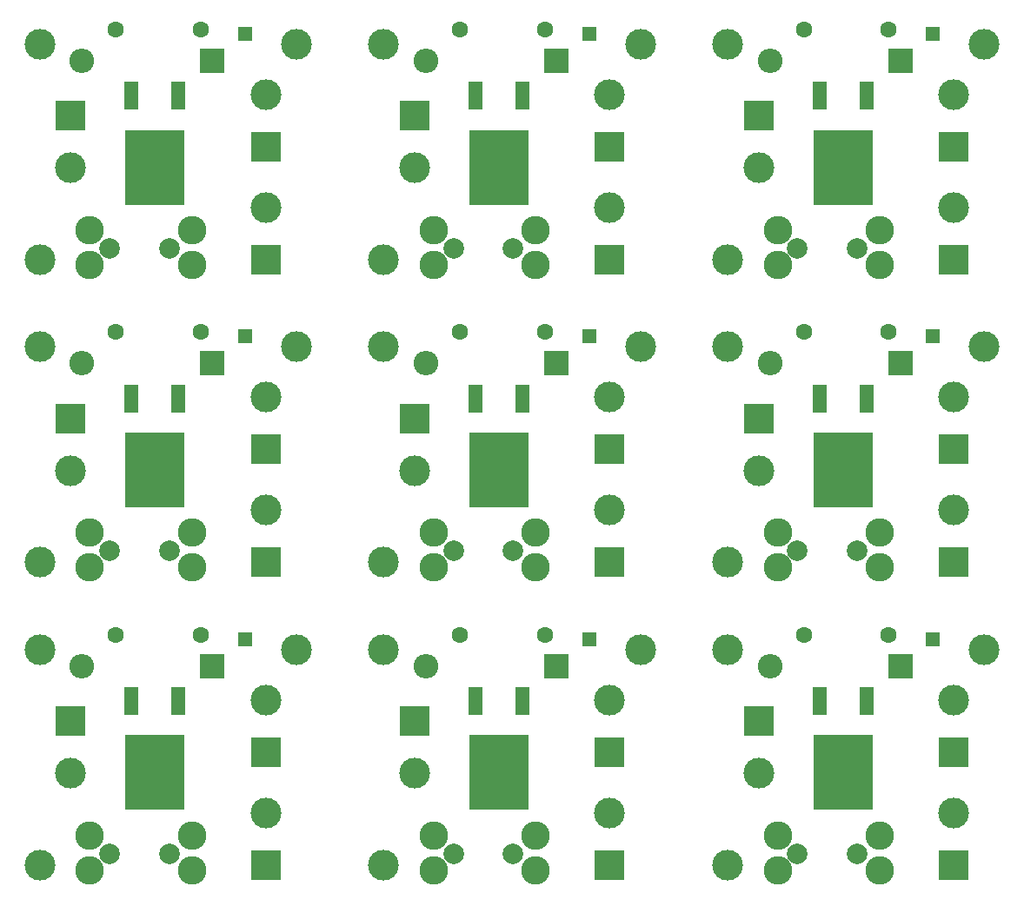
<source format=gts>
%MOIN*%
%OFA0B0*%
%FSLAX46Y46*%
%IPPOS*%
%LPD*%
%ADD10C,0.0039370078740157488*%
%ADD11C,0.11811023622047245*%
%ADD12R,0.094488188976377951X0.094488188976377951*%
%ADD13O,0.094488188976377951X0.094488188976377951*%
%ADD14C,0.062992125984251982*%
%ADD15C,0.07874015748031496*%
%ADD16R,0.053149606299212608X0.053149606299212608*%
%ADD17R,0.11811023622047245X0.11811023622047245*%
%ADD18R,0.055118110236220472X0.10629921259842522*%
%ADD19R,0.2283464566929134X0.29133858267716539*%
%ADD20C,0.10944881889763779*%
%ADD31C,0.0039370078740157488*%
%ADD32C,0.11811023622047245*%
%ADD33R,0.094488188976377951X0.094488188976377951*%
%ADD34O,0.094488188976377951X0.094488188976377951*%
%ADD35C,0.062992125984251982*%
%ADD36C,0.07874015748031496*%
%ADD37R,0.053149606299212608X0.053149606299212608*%
%ADD38R,0.11811023622047245X0.11811023622047245*%
%ADD39R,0.055118110236220472X0.10629921259842522*%
%ADD40R,0.2283464566929134X0.29133858267716539*%
%ADD41C,0.10944881889763779*%
%ADD42C,0.0039370078740157488*%
%ADD43C,0.11811023622047245*%
%ADD44R,0.094488188976377951X0.094488188976377951*%
%ADD45O,0.094488188976377951X0.094488188976377951*%
%ADD46C,0.062992125984251982*%
%ADD47C,0.07874015748031496*%
%ADD48R,0.053149606299212608X0.053149606299212608*%
%ADD49R,0.11811023622047245X0.11811023622047245*%
%ADD50R,0.055118110236220472X0.10629921259842522*%
%ADD51R,0.2283464566929134X0.29133858267716539*%
%ADD52C,0.10944881889763779*%
%ADD53C,0.0039370078740157488*%
%ADD54C,0.11811023622047245*%
%ADD55R,0.094488188976377951X0.094488188976377951*%
%ADD56O,0.094488188976377951X0.094488188976377951*%
%ADD57C,0.062992125984251982*%
%ADD58C,0.07874015748031496*%
%ADD59R,0.053149606299212608X0.053149606299212608*%
%ADD60R,0.11811023622047245X0.11811023622047245*%
%ADD61R,0.055118110236220472X0.10629921259842522*%
%ADD62R,0.2283464566929134X0.29133858267716539*%
%ADD63C,0.10944881889763779*%
%ADD64C,0.0039370078740157488*%
%ADD65C,0.11811023622047245*%
%ADD66R,0.094488188976377951X0.094488188976377951*%
%ADD67O,0.094488188976377951X0.094488188976377951*%
%ADD68C,0.062992125984251982*%
%ADD69C,0.07874015748031496*%
%ADD70R,0.053149606299212608X0.053149606299212608*%
%ADD71R,0.11811023622047245X0.11811023622047245*%
%ADD72R,0.055118110236220472X0.10629921259842522*%
%ADD73R,0.2283464566929134X0.29133858267716539*%
%ADD74C,0.10944881889763779*%
%ADD75C,0.0039370078740157488*%
%ADD76C,0.11811023622047245*%
%ADD77R,0.094488188976377951X0.094488188976377951*%
%ADD78O,0.094488188976377951X0.094488188976377951*%
%ADD79C,0.062992125984251982*%
%ADD80C,0.07874015748031496*%
%ADD81R,0.053149606299212608X0.053149606299212608*%
%ADD82R,0.11811023622047245X0.11811023622047245*%
%ADD83R,0.055118110236220472X0.10629921259842522*%
%ADD84R,0.2283464566929134X0.29133858267716539*%
%ADD85C,0.10944881889763779*%
%ADD86C,0.0039370078740157488*%
%ADD87C,0.11811023622047245*%
%ADD88R,0.094488188976377951X0.094488188976377951*%
%ADD89O,0.094488188976377951X0.094488188976377951*%
%ADD90C,0.062992125984251982*%
%ADD91C,0.07874015748031496*%
%ADD92R,0.053149606299212608X0.053149606299212608*%
%ADD93R,0.11811023622047245X0.11811023622047245*%
%ADD94R,0.055118110236220472X0.10629921259842522*%
%ADD95R,0.2283464566929134X0.29133858267716539*%
%ADD96C,0.10944881889763779*%
%ADD97C,0.0039370078740157488*%
%ADD98C,0.11811023622047245*%
%ADD99R,0.094488188976377951X0.094488188976377951*%
%ADD100O,0.094488188976377951X0.094488188976377951*%
%ADD101C,0.062992125984251982*%
%ADD102C,0.07874015748031496*%
%ADD103R,0.053149606299212608X0.053149606299212608*%
%ADD104R,0.11811023622047245X0.11811023622047245*%
%ADD105R,0.055118110236220472X0.10629921259842522*%
%ADD106R,0.2283464566929134X0.29133858267716539*%
%ADD107C,0.10944881889763779*%
%ADD108C,0.0039370078740157488*%
%ADD109C,0.11811023622047245*%
%ADD110R,0.094488188976377951X0.094488188976377951*%
%ADD111O,0.094488188976377951X0.094488188976377951*%
%ADD112C,0.062992125984251982*%
%ADD113C,0.07874015748031496*%
%ADD114R,0.053149606299212608X0.053149606299212608*%
%ADD115R,0.11811023622047245X0.11811023622047245*%
%ADD116R,0.055118110236220472X0.10629921259842522*%
%ADD117R,0.2283464566929134X0.29133858267716539*%
%ADD118C,0.10944881889763779*%
G01*
D10*
D11*
X-0004999921Y0003006495D02*
X0000118110Y0000118110D03*
X0001102362Y0000944881D03*
X0000118110Y0000944881D03*
D12*
X0000780078Y0000881495D03*
D13*
X0000280078Y0000881495D03*
D14*
X0000410236Y0001001495D03*
X0000735039Y0001001495D03*
D15*
X0000385905Y0000161495D03*
X0000614251Y0000161495D03*
D16*
X0000905511Y0000984251D03*
D17*
X0000984251Y0000551180D03*
D11*
X0000984251Y0000751180D03*
D17*
X0000236220Y0000669291D03*
D11*
X0000236220Y0000469291D03*
D18*
X0000649842Y0000746692D03*
X0000470314Y0000746692D03*
D19*
X0000560078Y0000471810D03*
D17*
X0000984251Y0000118110D03*
D11*
X0000984251Y0000318110D03*
D20*
X0000310078Y0000231495D03*
X0000310078Y0000097637D03*
X0000700629Y0000231495D03*
X0000700629Y0000097637D03*
G04 next file*
G04 #@! TF.FileFunction,Soldermask,Top*
G04 Gerber Fmt 4.6, Leading zero omitted, Abs format (unit mm)*
G04 Created by KiCad (PCBNEW 4.0.7) date 07/04/19 18:58:04*
G01*
G04 APERTURE LIST*
G04 APERTURE END LIST*
D31*
D32*
X-0003681023Y0003006495D02*
X0001437007Y0000118110D03*
X0002421259Y0000944881D03*
X0001437007Y0000944881D03*
D33*
X0002098976Y0000881495D03*
D34*
X0001598976Y0000881495D03*
D35*
X0001729133Y0001001495D03*
X0002053936Y0001001495D03*
D36*
X0001704803Y0000161495D03*
X0001933149Y0000161495D03*
D37*
X0002224409Y0000984251D03*
D38*
X0002303149Y0000551180D03*
D32*
X0002303149Y0000751180D03*
D38*
X0001555118Y0000669291D03*
D32*
X0001555118Y0000469291D03*
D39*
X0001968740Y0000746692D03*
X0001789212Y0000746692D03*
D40*
X0001878976Y0000471810D03*
D38*
X0002303149Y0000118110D03*
D32*
X0002303149Y0000318110D03*
D41*
X0001628976Y0000231495D03*
X0001628976Y0000097637D03*
X0002019527Y0000231495D03*
X0002019527Y0000097637D03*
G04 next file*
G04 #@! TF.FileFunction,Soldermask,Top*
G04 Gerber Fmt 4.6, Leading zero omitted, Abs format (unit mm)*
G04 Created by KiCad (PCBNEW 4.0.7) date 07/04/19 18:58:04*
G01*
G04 APERTURE LIST*
G04 APERTURE END LIST*
D42*
D43*
X-0002362126Y0003006495D02*
X0002755905Y0000118110D03*
X0003740157Y0000944881D03*
X0002755905Y0000944881D03*
D44*
X0003417873Y0000881495D03*
D45*
X0002917873Y0000881495D03*
D46*
X0003048031Y0001001495D03*
X0003372834Y0001001495D03*
D47*
X0003023700Y0000161495D03*
X0003252047Y0000161495D03*
D48*
X0003543307Y0000984251D03*
D49*
X0003622047Y0000551180D03*
D43*
X0003622047Y0000751180D03*
D49*
X0002874015Y0000669291D03*
D43*
X0002874015Y0000469291D03*
D50*
X0003287637Y0000746692D03*
X0003108110Y0000746692D03*
D51*
X0003197873Y0000471810D03*
D49*
X0003622047Y0000118110D03*
D43*
X0003622047Y0000318110D03*
D52*
X0002947873Y0000231495D03*
X0002947873Y0000097637D03*
X0003338425Y0000231495D03*
X0003338425Y0000097637D03*
G04 next file*
G04 #@! TF.FileFunction,Soldermask,Top*
G04 Gerber Fmt 4.6, Leading zero omitted, Abs format (unit mm)*
G04 Created by KiCad (PCBNEW 4.0.7) date 07/04/19 18:58:04*
G01*
G04 APERTURE LIST*
G04 APERTURE END LIST*
D53*
D54*
X-0004999921Y0004167913D02*
X0000118110Y0001279527D03*
X0001102362Y0002106299D03*
X0000118110Y0002106299D03*
D55*
X0000780078Y0002042913D03*
D56*
X0000280078Y0002042913D03*
D57*
X0000410236Y0002162913D03*
X0000735039Y0002162913D03*
D58*
X0000385905Y0001322913D03*
X0000614251Y0001322913D03*
D59*
X0000905511Y0002145669D03*
D60*
X0000984251Y0001712598D03*
D54*
X0000984251Y0001912598D03*
D60*
X0000236220Y0001830708D03*
D54*
X0000236220Y0001630708D03*
D61*
X0000649842Y0001908110D03*
X0000470314Y0001908110D03*
D62*
X0000560078Y0001633228D03*
D60*
X0000984251Y0001279527D03*
D54*
X0000984251Y0001479527D03*
D63*
X0000310078Y0001392913D03*
X0000310078Y0001259055D03*
X0000700629Y0001392913D03*
X0000700629Y0001259055D03*
G04 next file*
G04 #@! TF.FileFunction,Soldermask,Top*
G04 Gerber Fmt 4.6, Leading zero omitted, Abs format (unit mm)*
G04 Created by KiCad (PCBNEW 4.0.7) date 07/04/19 18:58:04*
G01*
G04 APERTURE LIST*
G04 APERTURE END LIST*
D64*
D65*
X-0004999921Y0005329330D02*
X0000118110Y0002440945D03*
X0001102362Y0003267716D03*
X0000118110Y0003267716D03*
D66*
X0000780078Y0003204330D03*
D67*
X0000280078Y0003204330D03*
D68*
X0000410236Y0003324330D03*
X0000735039Y0003324330D03*
D69*
X0000385905Y0002484330D03*
X0000614251Y0002484330D03*
D70*
X0000905511Y0003307086D03*
D71*
X0000984251Y0002874015D03*
D65*
X0000984251Y0003074015D03*
D71*
X0000236220Y0002992126D03*
D65*
X0000236220Y0002792126D03*
D72*
X0000649842Y0003069527D03*
X0000470314Y0003069527D03*
D73*
X0000560078Y0002794645D03*
D71*
X0000984251Y0002440945D03*
D65*
X0000984251Y0002640945D03*
D74*
X0000310078Y0002554330D03*
X0000310078Y0002420472D03*
X0000700629Y0002554330D03*
X0000700629Y0002420472D03*
G04 next file*
G04 #@! TF.FileFunction,Soldermask,Top*
G04 Gerber Fmt 4.6, Leading zero omitted, Abs format (unit mm)*
G04 Created by KiCad (PCBNEW 4.0.7) date 07/04/19 18:58:04*
G01*
G04 APERTURE LIST*
G04 APERTURE END LIST*
D75*
D76*
X-0003681023Y0004167913D02*
X0001437007Y0001279527D03*
X0002421259Y0002106299D03*
X0001437007Y0002106299D03*
D77*
X0002098976Y0002042913D03*
D78*
X0001598976Y0002042913D03*
D79*
X0001729133Y0002162913D03*
X0002053936Y0002162913D03*
D80*
X0001704803Y0001322913D03*
X0001933149Y0001322913D03*
D81*
X0002224409Y0002145669D03*
D82*
X0002303149Y0001712598D03*
D76*
X0002303149Y0001912598D03*
D82*
X0001555118Y0001830708D03*
D76*
X0001555118Y0001630708D03*
D83*
X0001968740Y0001908110D03*
X0001789212Y0001908110D03*
D84*
X0001878976Y0001633228D03*
D82*
X0002303149Y0001279527D03*
D76*
X0002303149Y0001479527D03*
D85*
X0001628976Y0001392913D03*
X0001628976Y0001259055D03*
X0002019527Y0001392913D03*
X0002019527Y0001259055D03*
G04 next file*
G04 #@! TF.FileFunction,Soldermask,Top*
G04 Gerber Fmt 4.6, Leading zero omitted, Abs format (unit mm)*
G04 Created by KiCad (PCBNEW 4.0.7) date 07/04/19 18:58:04*
G01*
G04 APERTURE LIST*
G04 APERTURE END LIST*
D86*
D87*
X-0002362126Y0004167913D02*
X0002755905Y0001279527D03*
X0003740157Y0002106299D03*
X0002755905Y0002106299D03*
D88*
X0003417873Y0002042913D03*
D89*
X0002917873Y0002042913D03*
D90*
X0003048031Y0002162913D03*
X0003372834Y0002162913D03*
D91*
X0003023700Y0001322913D03*
X0003252047Y0001322913D03*
D92*
X0003543307Y0002145669D03*
D93*
X0003622047Y0001712598D03*
D87*
X0003622047Y0001912598D03*
D93*
X0002874015Y0001830708D03*
D87*
X0002874015Y0001630708D03*
D94*
X0003287637Y0001908110D03*
X0003108110Y0001908110D03*
D95*
X0003197873Y0001633228D03*
D93*
X0003622047Y0001279527D03*
D87*
X0003622047Y0001479527D03*
D96*
X0002947873Y0001392913D03*
X0002947873Y0001259055D03*
X0003338425Y0001392913D03*
X0003338425Y0001259055D03*
G04 next file*
G04 #@! TF.FileFunction,Soldermask,Top*
G04 Gerber Fmt 4.6, Leading zero omitted, Abs format (unit mm)*
G04 Created by KiCad (PCBNEW 4.0.7) date 07/04/19 18:58:04*
G01*
G04 APERTURE LIST*
G04 APERTURE END LIST*
D97*
D98*
X-0003681023Y0005329330D02*
X0001437007Y0002440945D03*
X0002421259Y0003267716D03*
X0001437007Y0003267716D03*
D99*
X0002098976Y0003204330D03*
D100*
X0001598976Y0003204330D03*
D101*
X0001729133Y0003324330D03*
X0002053936Y0003324330D03*
D102*
X0001704803Y0002484330D03*
X0001933149Y0002484330D03*
D103*
X0002224409Y0003307086D03*
D104*
X0002303149Y0002874015D03*
D98*
X0002303149Y0003074015D03*
D104*
X0001555118Y0002992126D03*
D98*
X0001555118Y0002792126D03*
D105*
X0001968740Y0003069527D03*
X0001789212Y0003069527D03*
D106*
X0001878976Y0002794645D03*
D104*
X0002303149Y0002440945D03*
D98*
X0002303149Y0002640945D03*
D107*
X0001628976Y0002554330D03*
X0001628976Y0002420472D03*
X0002019527Y0002554330D03*
X0002019527Y0002420472D03*
G04 next file*
G04 #@! TF.FileFunction,Soldermask,Top*
G04 Gerber Fmt 4.6, Leading zero omitted, Abs format (unit mm)*
G04 Created by KiCad (PCBNEW 4.0.7) date 07/04/19 18:58:04*
G01*
G04 APERTURE LIST*
G04 APERTURE END LIST*
D108*
D109*
X-0002362126Y0005329330D02*
X0002755905Y0002440945D03*
X0003740157Y0003267716D03*
X0002755905Y0003267716D03*
D110*
X0003417873Y0003204330D03*
D111*
X0002917873Y0003204330D03*
D112*
X0003048031Y0003324330D03*
X0003372834Y0003324330D03*
D113*
X0003023700Y0002484330D03*
X0003252047Y0002484330D03*
D114*
X0003543307Y0003307086D03*
D115*
X0003622047Y0002874015D03*
D109*
X0003622047Y0003074015D03*
D115*
X0002874015Y0002992126D03*
D109*
X0002874015Y0002792126D03*
D116*
X0003287637Y0003069527D03*
X0003108110Y0003069527D03*
D117*
X0003197873Y0002794645D03*
D115*
X0003622047Y0002440945D03*
D109*
X0003622047Y0002640945D03*
D118*
X0002947873Y0002554330D03*
X0002947873Y0002420472D03*
X0003338425Y0002554330D03*
X0003338425Y0002420472D03*
M02*
</source>
